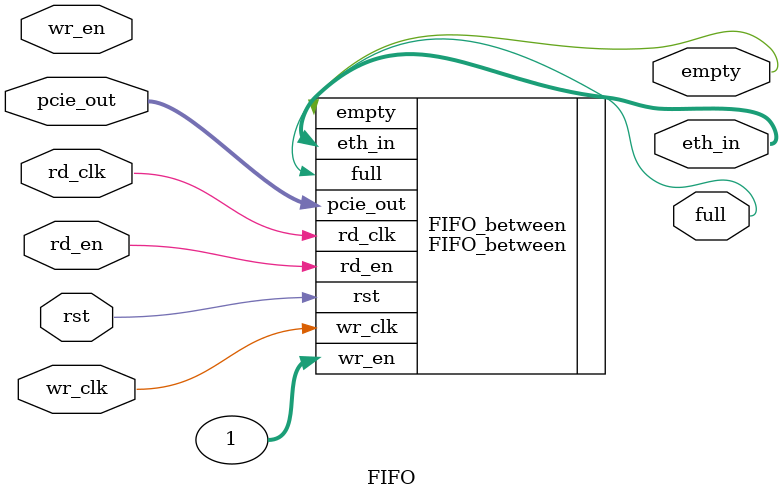
<source format=v>
`timescale 1ns / 1ps


module FIFO(
    input [31:0] pcie_out,
    input wr_en,
    input rd_en,
    input wr_clk,
    input rd_clk,
    input rst,
    output [31:0] eth_in,
    output full,
    output empty
        );
        
    FIFO_between FIFO_between(
    .pcie_out(pcie_out),
    .wr_en(1),
    .rd_en(rd_en),
    .wr_clk(wr_clk),
    .rd_clk(rd_clk),
    .rst(rst),
    .eth_in(eth_in),
    .full(full),
    .empty(empty)
    );
endmodule

</source>
